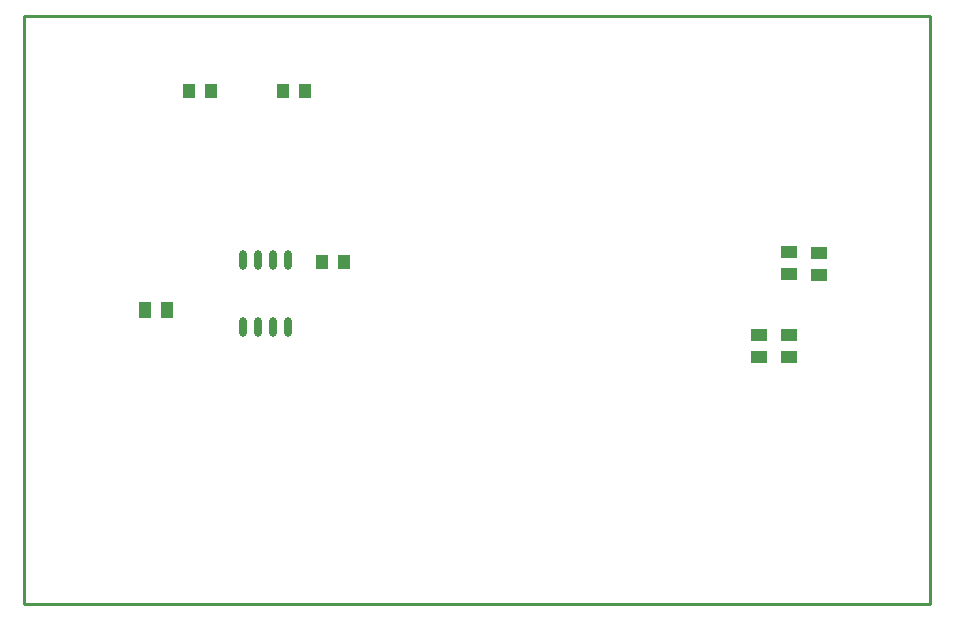
<source format=gbp>
G04*
G04 #@! TF.GenerationSoftware,Altium Limited,Altium Designer,19.1.8 (144)*
G04*
G04 Layer_Color=128*
%FSLAX25Y25*%
%MOIN*%
G70*
G01*
G75*
%ADD11C,0.01000*%
%ADD12R,0.04134X0.05512*%
%ADD27R,0.04134X0.05118*%
%ADD28R,0.05512X0.04134*%
%ADD29O,0.02559X0.06496*%
D11*
X1000Y9000D02*
X303000D01*
X303000Y205000D02*
X303000Y9000D01*
X1000Y205000D02*
X303000D01*
X1000D02*
X1000Y9000D01*
D12*
X48642Y107000D02*
D03*
X41358D02*
D03*
D27*
X63283Y180000D02*
D03*
X56000D02*
D03*
X87358D02*
D03*
X94642D02*
D03*
X100358Y123000D02*
D03*
X107642D02*
D03*
D28*
X256000Y126142D02*
D03*
Y118858D02*
D03*
X246000Y98642D02*
D03*
Y91358D02*
D03*
X256000Y91216D02*
D03*
Y98500D02*
D03*
X266000Y118717D02*
D03*
Y126000D02*
D03*
D29*
X74000Y123622D02*
D03*
X79000D02*
D03*
X84000D02*
D03*
X79000Y101378D02*
D03*
X84000D02*
D03*
X74000D02*
D03*
X89000Y123622D02*
D03*
Y101378D02*
D03*
M02*

</source>
